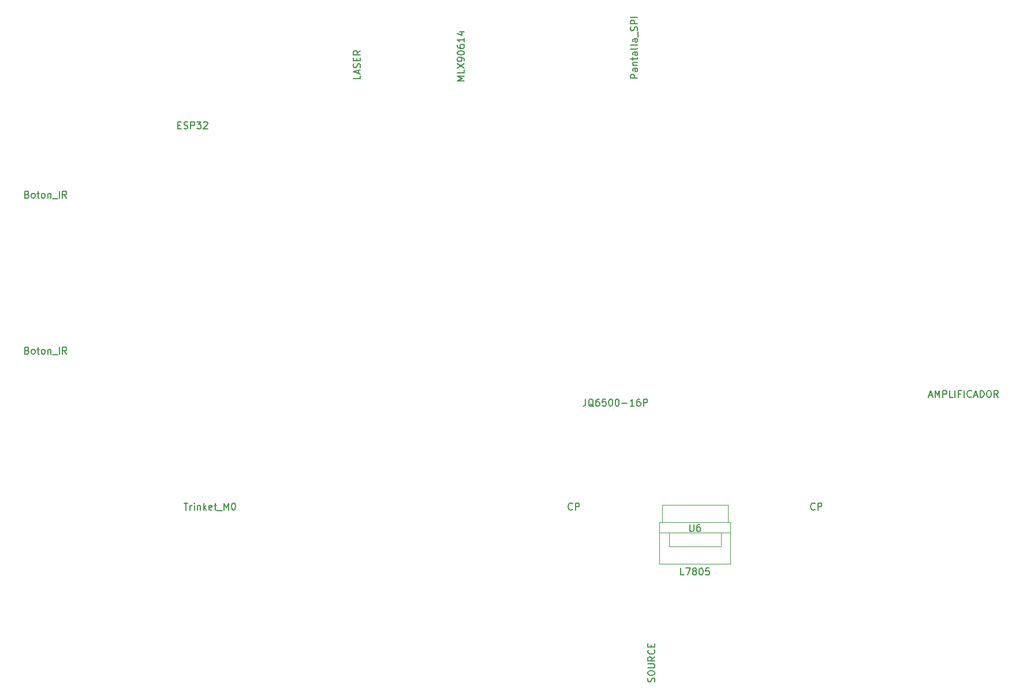
<source format=gbr>
%TF.GenerationSoftware,KiCad,Pcbnew,(5.1.6)-1*%
%TF.CreationDate,2020-07-06T10:34:06-05:00*%
%TF.ProjectId,Covid,436f7669-642e-46b6-9963-61645f706362,rev?*%
%TF.SameCoordinates,Original*%
%TF.FileFunction,Other,Fab,Top*%
%FSLAX46Y46*%
G04 Gerber Fmt 4.6, Leading zero omitted, Abs format (unit mm)*
G04 Created by KiCad (PCBNEW (5.1.6)-1) date 2020-07-06 10:34:06*
%MOMM*%
%LPD*%
G01*
G04 APERTURE LIST*
%ADD10C,0.100000*%
%ADD11C,0.150000*%
G04 APERTURE END LIST*
D10*
%TO.C,U6*%
X142367000Y-118872000D02*
X131953000Y-118872000D01*
X142367000Y-114300000D02*
X142367000Y-118872000D01*
X142367000Y-112776000D02*
X142367000Y-114300000D01*
X133350000Y-116332000D02*
X133350000Y-114300000D01*
X140970000Y-114300000D02*
X140970000Y-116332000D01*
X140106400Y-116332000D02*
X140970000Y-116332000D01*
X137566400Y-116332000D02*
X139293600Y-116332000D01*
X135026400Y-116332000D02*
X136753600Y-116332000D01*
X133350000Y-116332000D02*
X134213600Y-116332000D01*
X135026400Y-116332000D02*
X134213600Y-116332000D01*
X137566400Y-116332000D02*
X136753600Y-116332000D01*
X140106400Y-116332000D02*
X139293600Y-116332000D01*
X141986000Y-112776000D02*
X141986000Y-110236000D01*
X141986000Y-110236000D02*
X132334000Y-110236000D01*
X132334000Y-110236000D02*
X132334000Y-112776000D01*
X131953000Y-112776000D02*
X142367000Y-112776000D01*
X131953000Y-112776000D02*
X131953000Y-114300000D01*
X131953000Y-114300000D02*
X142367000Y-114300000D01*
X131953000Y-114300000D02*
X131953000Y-118872000D01*
%TD*%
%TO.C,U3*%
D11*
X171458571Y-94146666D02*
X171934761Y-94146666D01*
X171363333Y-94432380D02*
X171696666Y-93432380D01*
X172030000Y-94432380D01*
X172363333Y-94432380D02*
X172363333Y-93432380D01*
X172696666Y-94146666D01*
X173030000Y-93432380D01*
X173030000Y-94432380D01*
X173506190Y-94432380D02*
X173506190Y-93432380D01*
X173887142Y-93432380D01*
X173982380Y-93480000D01*
X174030000Y-93527619D01*
X174077619Y-93622857D01*
X174077619Y-93765714D01*
X174030000Y-93860952D01*
X173982380Y-93908571D01*
X173887142Y-93956190D01*
X173506190Y-93956190D01*
X174982380Y-94432380D02*
X174506190Y-94432380D01*
X174506190Y-93432380D01*
X175315714Y-94432380D02*
X175315714Y-93432380D01*
X176125238Y-93908571D02*
X175791904Y-93908571D01*
X175791904Y-94432380D02*
X175791904Y-93432380D01*
X176268095Y-93432380D01*
X176649047Y-94432380D02*
X176649047Y-93432380D01*
X177696666Y-94337142D02*
X177649047Y-94384761D01*
X177506190Y-94432380D01*
X177410952Y-94432380D01*
X177268095Y-94384761D01*
X177172857Y-94289523D01*
X177125238Y-94194285D01*
X177077619Y-94003809D01*
X177077619Y-93860952D01*
X177125238Y-93670476D01*
X177172857Y-93575238D01*
X177268095Y-93480000D01*
X177410952Y-93432380D01*
X177506190Y-93432380D01*
X177649047Y-93480000D01*
X177696666Y-93527619D01*
X178077619Y-94146666D02*
X178553809Y-94146666D01*
X177982380Y-94432380D02*
X178315714Y-93432380D01*
X178649047Y-94432380D01*
X178982380Y-94432380D02*
X178982380Y-93432380D01*
X179220476Y-93432380D01*
X179363333Y-93480000D01*
X179458571Y-93575238D01*
X179506190Y-93670476D01*
X179553809Y-93860952D01*
X179553809Y-94003809D01*
X179506190Y-94194285D01*
X179458571Y-94289523D01*
X179363333Y-94384761D01*
X179220476Y-94432380D01*
X178982380Y-94432380D01*
X180172857Y-93432380D02*
X180363333Y-93432380D01*
X180458571Y-93480000D01*
X180553809Y-93575238D01*
X180601428Y-93765714D01*
X180601428Y-94099047D01*
X180553809Y-94289523D01*
X180458571Y-94384761D01*
X180363333Y-94432380D01*
X180172857Y-94432380D01*
X180077619Y-94384761D01*
X179982380Y-94289523D01*
X179934761Y-94099047D01*
X179934761Y-93765714D01*
X179982380Y-93575238D01*
X180077619Y-93480000D01*
X180172857Y-93432380D01*
X181601428Y-94432380D02*
X181268095Y-93956190D01*
X181030000Y-94432380D02*
X181030000Y-93432380D01*
X181410952Y-93432380D01*
X181506190Y-93480000D01*
X181553809Y-93527619D01*
X181601428Y-93622857D01*
X181601428Y-93765714D01*
X181553809Y-93860952D01*
X181506190Y-93908571D01*
X181410952Y-93956190D01*
X181030000Y-93956190D01*
%TO.C,U1*%
X61357142Y-54538571D02*
X61690476Y-54538571D01*
X61833333Y-55062380D02*
X61357142Y-55062380D01*
X61357142Y-54062380D01*
X61833333Y-54062380D01*
X62214285Y-55014761D02*
X62357142Y-55062380D01*
X62595238Y-55062380D01*
X62690476Y-55014761D01*
X62738095Y-54967142D01*
X62785714Y-54871904D01*
X62785714Y-54776666D01*
X62738095Y-54681428D01*
X62690476Y-54633809D01*
X62595238Y-54586190D01*
X62404761Y-54538571D01*
X62309523Y-54490952D01*
X62261904Y-54443333D01*
X62214285Y-54348095D01*
X62214285Y-54252857D01*
X62261904Y-54157619D01*
X62309523Y-54110000D01*
X62404761Y-54062380D01*
X62642857Y-54062380D01*
X62785714Y-54110000D01*
X63214285Y-55062380D02*
X63214285Y-54062380D01*
X63595238Y-54062380D01*
X63690476Y-54110000D01*
X63738095Y-54157619D01*
X63785714Y-54252857D01*
X63785714Y-54395714D01*
X63738095Y-54490952D01*
X63690476Y-54538571D01*
X63595238Y-54586190D01*
X63214285Y-54586190D01*
X64119047Y-54062380D02*
X64738095Y-54062380D01*
X64404761Y-54443333D01*
X64547619Y-54443333D01*
X64642857Y-54490952D01*
X64690476Y-54538571D01*
X64738095Y-54633809D01*
X64738095Y-54871904D01*
X64690476Y-54967142D01*
X64642857Y-55014761D01*
X64547619Y-55062380D01*
X64261904Y-55062380D01*
X64166666Y-55014761D01*
X64119047Y-54967142D01*
X65119047Y-54157619D02*
X65166666Y-54110000D01*
X65261904Y-54062380D01*
X65500000Y-54062380D01*
X65595238Y-54110000D01*
X65642857Y-54157619D01*
X65690476Y-54252857D01*
X65690476Y-54348095D01*
X65642857Y-54490952D01*
X65071428Y-55062380D01*
X65690476Y-55062380D01*
%TO.C,U2*%
X88082380Y-47267619D02*
X88082380Y-47743809D01*
X87082380Y-47743809D01*
X87796666Y-46981904D02*
X87796666Y-46505714D01*
X88082380Y-47077142D02*
X87082380Y-46743809D01*
X88082380Y-46410476D01*
X88034761Y-46124761D02*
X88082380Y-45981904D01*
X88082380Y-45743809D01*
X88034761Y-45648571D01*
X87987142Y-45600952D01*
X87891904Y-45553333D01*
X87796666Y-45553333D01*
X87701428Y-45600952D01*
X87653809Y-45648571D01*
X87606190Y-45743809D01*
X87558571Y-45934285D01*
X87510952Y-46029523D01*
X87463333Y-46077142D01*
X87368095Y-46124761D01*
X87272857Y-46124761D01*
X87177619Y-46077142D01*
X87130000Y-46029523D01*
X87082380Y-45934285D01*
X87082380Y-45696190D01*
X87130000Y-45553333D01*
X87558571Y-45124761D02*
X87558571Y-44791428D01*
X88082380Y-44648571D02*
X88082380Y-45124761D01*
X87082380Y-45124761D01*
X87082380Y-44648571D01*
X88082380Y-43648571D02*
X87606190Y-43981904D01*
X88082380Y-44220000D02*
X87082380Y-44220000D01*
X87082380Y-43839047D01*
X87130000Y-43743809D01*
X87177619Y-43696190D01*
X87272857Y-43648571D01*
X87415714Y-43648571D01*
X87510952Y-43696190D01*
X87558571Y-43743809D01*
X87606190Y-43839047D01*
X87606190Y-44220000D01*
%TO.C,U4*%
X62206666Y-109942380D02*
X62778095Y-109942380D01*
X62492380Y-110942380D02*
X62492380Y-109942380D01*
X63111428Y-110942380D02*
X63111428Y-110275714D01*
X63111428Y-110466190D02*
X63159047Y-110370952D01*
X63206666Y-110323333D01*
X63301904Y-110275714D01*
X63397142Y-110275714D01*
X63730476Y-110942380D02*
X63730476Y-110275714D01*
X63730476Y-109942380D02*
X63682857Y-109990000D01*
X63730476Y-110037619D01*
X63778095Y-109990000D01*
X63730476Y-109942380D01*
X63730476Y-110037619D01*
X64206666Y-110275714D02*
X64206666Y-110942380D01*
X64206666Y-110370952D02*
X64254285Y-110323333D01*
X64349523Y-110275714D01*
X64492380Y-110275714D01*
X64587619Y-110323333D01*
X64635238Y-110418571D01*
X64635238Y-110942380D01*
X65111428Y-110942380D02*
X65111428Y-109942380D01*
X65206666Y-110561428D02*
X65492380Y-110942380D01*
X65492380Y-110275714D02*
X65111428Y-110656666D01*
X66301904Y-110894761D02*
X66206666Y-110942380D01*
X66016190Y-110942380D01*
X65920952Y-110894761D01*
X65873333Y-110799523D01*
X65873333Y-110418571D01*
X65920952Y-110323333D01*
X66016190Y-110275714D01*
X66206666Y-110275714D01*
X66301904Y-110323333D01*
X66349523Y-110418571D01*
X66349523Y-110513809D01*
X65873333Y-110609047D01*
X66635238Y-110275714D02*
X67016190Y-110275714D01*
X66778095Y-109942380D02*
X66778095Y-110799523D01*
X66825714Y-110894761D01*
X66920952Y-110942380D01*
X67016190Y-110942380D01*
X67111428Y-111037619D02*
X67873333Y-111037619D01*
X68111428Y-110942380D02*
X68111428Y-109942380D01*
X68444761Y-110656666D01*
X68778095Y-109942380D01*
X68778095Y-110942380D01*
X69444761Y-109942380D02*
X69540000Y-109942380D01*
X69635238Y-109990000D01*
X69682857Y-110037619D01*
X69730476Y-110132857D01*
X69778095Y-110323333D01*
X69778095Y-110561428D01*
X69730476Y-110751904D01*
X69682857Y-110847142D01*
X69635238Y-110894761D01*
X69540000Y-110942380D01*
X69444761Y-110942380D01*
X69349523Y-110894761D01*
X69301904Y-110847142D01*
X69254285Y-110751904D01*
X69206666Y-110561428D01*
X69206666Y-110323333D01*
X69254285Y-110132857D01*
X69301904Y-110037619D01*
X69349523Y-109990000D01*
X69444761Y-109942380D01*
%TO.C,U5*%
X121132858Y-94702380D02*
X121132858Y-95416666D01*
X121085239Y-95559523D01*
X120990001Y-95654761D01*
X120847143Y-95702380D01*
X120751905Y-95702380D01*
X122275715Y-95797619D02*
X122180477Y-95750000D01*
X122085239Y-95654761D01*
X121942381Y-95511904D01*
X121847143Y-95464285D01*
X121751905Y-95464285D01*
X121799524Y-95702380D02*
X121704286Y-95654761D01*
X121609048Y-95559523D01*
X121561429Y-95369047D01*
X121561429Y-95035714D01*
X121609048Y-94845238D01*
X121704286Y-94750000D01*
X121799524Y-94702380D01*
X121990001Y-94702380D01*
X122085239Y-94750000D01*
X122180477Y-94845238D01*
X122228096Y-95035714D01*
X122228096Y-95369047D01*
X122180477Y-95559523D01*
X122085239Y-95654761D01*
X121990001Y-95702380D01*
X121799524Y-95702380D01*
X123085239Y-94702380D02*
X122894762Y-94702380D01*
X122799524Y-94750000D01*
X122751905Y-94797619D01*
X122656667Y-94940476D01*
X122609048Y-95130952D01*
X122609048Y-95511904D01*
X122656667Y-95607142D01*
X122704286Y-95654761D01*
X122799524Y-95702380D01*
X122990001Y-95702380D01*
X123085239Y-95654761D01*
X123132858Y-95607142D01*
X123180477Y-95511904D01*
X123180477Y-95273809D01*
X123132858Y-95178571D01*
X123085239Y-95130952D01*
X122990001Y-95083333D01*
X122799524Y-95083333D01*
X122704286Y-95130952D01*
X122656667Y-95178571D01*
X122609048Y-95273809D01*
X124085239Y-94702380D02*
X123609048Y-94702380D01*
X123561429Y-95178571D01*
X123609048Y-95130952D01*
X123704286Y-95083333D01*
X123942381Y-95083333D01*
X124037620Y-95130952D01*
X124085239Y-95178571D01*
X124132858Y-95273809D01*
X124132858Y-95511904D01*
X124085239Y-95607142D01*
X124037620Y-95654761D01*
X123942381Y-95702380D01*
X123704286Y-95702380D01*
X123609048Y-95654761D01*
X123561429Y-95607142D01*
X124751905Y-94702380D02*
X124847143Y-94702380D01*
X124942381Y-94750000D01*
X124990001Y-94797619D01*
X125037620Y-94892857D01*
X125085239Y-95083333D01*
X125085239Y-95321428D01*
X125037620Y-95511904D01*
X124990001Y-95607142D01*
X124942381Y-95654761D01*
X124847143Y-95702380D01*
X124751905Y-95702380D01*
X124656667Y-95654761D01*
X124609048Y-95607142D01*
X124561429Y-95511904D01*
X124513810Y-95321428D01*
X124513810Y-95083333D01*
X124561429Y-94892857D01*
X124609048Y-94797619D01*
X124656667Y-94750000D01*
X124751905Y-94702380D01*
X125704286Y-94702380D02*
X125799524Y-94702380D01*
X125894762Y-94750000D01*
X125942381Y-94797619D01*
X125990001Y-94892857D01*
X126037620Y-95083333D01*
X126037620Y-95321428D01*
X125990001Y-95511904D01*
X125942381Y-95607142D01*
X125894762Y-95654761D01*
X125799524Y-95702380D01*
X125704286Y-95702380D01*
X125609048Y-95654761D01*
X125561429Y-95607142D01*
X125513810Y-95511904D01*
X125466191Y-95321428D01*
X125466191Y-95083333D01*
X125513810Y-94892857D01*
X125561429Y-94797619D01*
X125609048Y-94750000D01*
X125704286Y-94702380D01*
X126466191Y-95321428D02*
X127228096Y-95321428D01*
X128228096Y-95702380D02*
X127656667Y-95702380D01*
X127942381Y-95702380D02*
X127942381Y-94702380D01*
X127847143Y-94845238D01*
X127751905Y-94940476D01*
X127656667Y-94988095D01*
X129085239Y-94702380D02*
X128894762Y-94702380D01*
X128799524Y-94750000D01*
X128751905Y-94797619D01*
X128656667Y-94940476D01*
X128609048Y-95130952D01*
X128609048Y-95511904D01*
X128656667Y-95607142D01*
X128704286Y-95654761D01*
X128799524Y-95702380D01*
X128990001Y-95702380D01*
X129085239Y-95654761D01*
X129132858Y-95607142D01*
X129180477Y-95511904D01*
X129180477Y-95273809D01*
X129132858Y-95178571D01*
X129085239Y-95130952D01*
X128990001Y-95083333D01*
X128799524Y-95083333D01*
X128704286Y-95130952D01*
X128656667Y-95178571D01*
X128609048Y-95273809D01*
X129609048Y-95702380D02*
X129609048Y-94702380D01*
X129990001Y-94702380D01*
X130085239Y-94750000D01*
X130132858Y-94797619D01*
X130180477Y-94892857D01*
X130180477Y-95035714D01*
X130132858Y-95130952D01*
X130085239Y-95178571D01*
X129990001Y-95226190D01*
X129609048Y-95226190D01*
%TO.C,U6*%
X135564761Y-120467380D02*
X135088571Y-120467380D01*
X135088571Y-119467380D01*
X135802857Y-119467380D02*
X136469523Y-119467380D01*
X136040952Y-120467380D01*
X136993333Y-119895952D02*
X136898095Y-119848333D01*
X136850476Y-119800714D01*
X136802857Y-119705476D01*
X136802857Y-119657857D01*
X136850476Y-119562619D01*
X136898095Y-119515000D01*
X136993333Y-119467380D01*
X137183809Y-119467380D01*
X137279047Y-119515000D01*
X137326666Y-119562619D01*
X137374285Y-119657857D01*
X137374285Y-119705476D01*
X137326666Y-119800714D01*
X137279047Y-119848333D01*
X137183809Y-119895952D01*
X136993333Y-119895952D01*
X136898095Y-119943571D01*
X136850476Y-119991190D01*
X136802857Y-120086428D01*
X136802857Y-120276904D01*
X136850476Y-120372142D01*
X136898095Y-120419761D01*
X136993333Y-120467380D01*
X137183809Y-120467380D01*
X137279047Y-120419761D01*
X137326666Y-120372142D01*
X137374285Y-120276904D01*
X137374285Y-120086428D01*
X137326666Y-119991190D01*
X137279047Y-119943571D01*
X137183809Y-119895952D01*
X137993333Y-119467380D02*
X138088571Y-119467380D01*
X138183809Y-119515000D01*
X138231428Y-119562619D01*
X138279047Y-119657857D01*
X138326666Y-119848333D01*
X138326666Y-120086428D01*
X138279047Y-120276904D01*
X138231428Y-120372142D01*
X138183809Y-120419761D01*
X138088571Y-120467380D01*
X137993333Y-120467380D01*
X137898095Y-120419761D01*
X137850476Y-120372142D01*
X137802857Y-120276904D01*
X137755238Y-120086428D01*
X137755238Y-119848333D01*
X137802857Y-119657857D01*
X137850476Y-119562619D01*
X137898095Y-119515000D01*
X137993333Y-119467380D01*
X139231428Y-119467380D02*
X138755238Y-119467380D01*
X138707619Y-119943571D01*
X138755238Y-119895952D01*
X138850476Y-119848333D01*
X139088571Y-119848333D01*
X139183809Y-119895952D01*
X139231428Y-119943571D01*
X139279047Y-120038809D01*
X139279047Y-120276904D01*
X139231428Y-120372142D01*
X139183809Y-120419761D01*
X139088571Y-120467380D01*
X138850476Y-120467380D01*
X138755238Y-120419761D01*
X138707619Y-120372142D01*
X136398095Y-113066580D02*
X136398095Y-113876104D01*
X136445714Y-113971342D01*
X136493333Y-114018961D01*
X136588571Y-114066580D01*
X136779047Y-114066580D01*
X136874285Y-114018961D01*
X136921904Y-113971342D01*
X136969523Y-113876104D01*
X136969523Y-113066580D01*
X137874285Y-113066580D02*
X137683809Y-113066580D01*
X137588571Y-113114200D01*
X137540952Y-113161819D01*
X137445714Y-113304676D01*
X137398095Y-113495152D01*
X137398095Y-113876104D01*
X137445714Y-113971342D01*
X137493333Y-114018961D01*
X137588571Y-114066580D01*
X137779047Y-114066580D01*
X137874285Y-114018961D01*
X137921904Y-113971342D01*
X137969523Y-113876104D01*
X137969523Y-113638009D01*
X137921904Y-113542771D01*
X137874285Y-113495152D01*
X137779047Y-113447533D01*
X137588571Y-113447533D01*
X137493333Y-113495152D01*
X137445714Y-113542771D01*
X137398095Y-113638009D01*
%TO.C,U7*%
X39219523Y-87558571D02*
X39362380Y-87606190D01*
X39410000Y-87653809D01*
X39457619Y-87749047D01*
X39457619Y-87891904D01*
X39410000Y-87987142D01*
X39362380Y-88034761D01*
X39267142Y-88082380D01*
X38886190Y-88082380D01*
X38886190Y-87082380D01*
X39219523Y-87082380D01*
X39314761Y-87130000D01*
X39362380Y-87177619D01*
X39410000Y-87272857D01*
X39410000Y-87368095D01*
X39362380Y-87463333D01*
X39314761Y-87510952D01*
X39219523Y-87558571D01*
X38886190Y-87558571D01*
X40029047Y-88082380D02*
X39933809Y-88034761D01*
X39886190Y-87987142D01*
X39838571Y-87891904D01*
X39838571Y-87606190D01*
X39886190Y-87510952D01*
X39933809Y-87463333D01*
X40029047Y-87415714D01*
X40171904Y-87415714D01*
X40267142Y-87463333D01*
X40314761Y-87510952D01*
X40362380Y-87606190D01*
X40362380Y-87891904D01*
X40314761Y-87987142D01*
X40267142Y-88034761D01*
X40171904Y-88082380D01*
X40029047Y-88082380D01*
X40648095Y-87415714D02*
X41029047Y-87415714D01*
X40790952Y-87082380D02*
X40790952Y-87939523D01*
X40838571Y-88034761D01*
X40933809Y-88082380D01*
X41029047Y-88082380D01*
X41505238Y-88082380D02*
X41410000Y-88034761D01*
X41362380Y-87987142D01*
X41314761Y-87891904D01*
X41314761Y-87606190D01*
X41362380Y-87510952D01*
X41410000Y-87463333D01*
X41505238Y-87415714D01*
X41648095Y-87415714D01*
X41743333Y-87463333D01*
X41790952Y-87510952D01*
X41838571Y-87606190D01*
X41838571Y-87891904D01*
X41790952Y-87987142D01*
X41743333Y-88034761D01*
X41648095Y-88082380D01*
X41505238Y-88082380D01*
X42267142Y-87415714D02*
X42267142Y-88082380D01*
X42267142Y-87510952D02*
X42314761Y-87463333D01*
X42410000Y-87415714D01*
X42552857Y-87415714D01*
X42648095Y-87463333D01*
X42695714Y-87558571D01*
X42695714Y-88082380D01*
X42933809Y-88177619D02*
X43695714Y-88177619D01*
X43933809Y-88082380D02*
X43933809Y-87082380D01*
X44981428Y-88082380D02*
X44648095Y-87606190D01*
X44410000Y-88082380D02*
X44410000Y-87082380D01*
X44790952Y-87082380D01*
X44886190Y-87130000D01*
X44933809Y-87177619D01*
X44981428Y-87272857D01*
X44981428Y-87415714D01*
X44933809Y-87510952D01*
X44886190Y-87558571D01*
X44790952Y-87606190D01*
X44410000Y-87606190D01*
%TO.C,U8*%
X39219523Y-64698571D02*
X39362380Y-64746190D01*
X39410000Y-64793809D01*
X39457619Y-64889047D01*
X39457619Y-65031904D01*
X39410000Y-65127142D01*
X39362380Y-65174761D01*
X39267142Y-65222380D01*
X38886190Y-65222380D01*
X38886190Y-64222380D01*
X39219523Y-64222380D01*
X39314761Y-64270000D01*
X39362380Y-64317619D01*
X39410000Y-64412857D01*
X39410000Y-64508095D01*
X39362380Y-64603333D01*
X39314761Y-64650952D01*
X39219523Y-64698571D01*
X38886190Y-64698571D01*
X40029047Y-65222380D02*
X39933809Y-65174761D01*
X39886190Y-65127142D01*
X39838571Y-65031904D01*
X39838571Y-64746190D01*
X39886190Y-64650952D01*
X39933809Y-64603333D01*
X40029047Y-64555714D01*
X40171904Y-64555714D01*
X40267142Y-64603333D01*
X40314761Y-64650952D01*
X40362380Y-64746190D01*
X40362380Y-65031904D01*
X40314761Y-65127142D01*
X40267142Y-65174761D01*
X40171904Y-65222380D01*
X40029047Y-65222380D01*
X40648095Y-64555714D02*
X41029047Y-64555714D01*
X40790952Y-64222380D02*
X40790952Y-65079523D01*
X40838571Y-65174761D01*
X40933809Y-65222380D01*
X41029047Y-65222380D01*
X41505238Y-65222380D02*
X41410000Y-65174761D01*
X41362380Y-65127142D01*
X41314761Y-65031904D01*
X41314761Y-64746190D01*
X41362380Y-64650952D01*
X41410000Y-64603333D01*
X41505238Y-64555714D01*
X41648095Y-64555714D01*
X41743333Y-64603333D01*
X41790952Y-64650952D01*
X41838571Y-64746190D01*
X41838571Y-65031904D01*
X41790952Y-65127142D01*
X41743333Y-65174761D01*
X41648095Y-65222380D01*
X41505238Y-65222380D01*
X42267142Y-64555714D02*
X42267142Y-65222380D01*
X42267142Y-64650952D02*
X42314761Y-64603333D01*
X42410000Y-64555714D01*
X42552857Y-64555714D01*
X42648095Y-64603333D01*
X42695714Y-64698571D01*
X42695714Y-65222380D01*
X42933809Y-65317619D02*
X43695714Y-65317619D01*
X43933809Y-65222380D02*
X43933809Y-64222380D01*
X44981428Y-65222380D02*
X44648095Y-64746190D01*
X44410000Y-65222380D02*
X44410000Y-64222380D01*
X44790952Y-64222380D01*
X44886190Y-64270000D01*
X44933809Y-64317619D01*
X44981428Y-64412857D01*
X44981428Y-64555714D01*
X44933809Y-64650952D01*
X44886190Y-64698571D01*
X44790952Y-64746190D01*
X44410000Y-64746190D01*
%TO.C,U9*%
X103322380Y-48045238D02*
X102322380Y-48045238D01*
X103036666Y-47711904D01*
X102322380Y-47378571D01*
X103322380Y-47378571D01*
X103322380Y-46426190D02*
X103322380Y-46902380D01*
X102322380Y-46902380D01*
X102322380Y-46188095D02*
X103322380Y-45521428D01*
X102322380Y-45521428D02*
X103322380Y-46188095D01*
X103322380Y-45092857D02*
X103322380Y-44902380D01*
X103274761Y-44807142D01*
X103227142Y-44759523D01*
X103084285Y-44664285D01*
X102893809Y-44616666D01*
X102512857Y-44616666D01*
X102417619Y-44664285D01*
X102370000Y-44711904D01*
X102322380Y-44807142D01*
X102322380Y-44997619D01*
X102370000Y-45092857D01*
X102417619Y-45140476D01*
X102512857Y-45188095D01*
X102750952Y-45188095D01*
X102846190Y-45140476D01*
X102893809Y-45092857D01*
X102941428Y-44997619D01*
X102941428Y-44807142D01*
X102893809Y-44711904D01*
X102846190Y-44664285D01*
X102750952Y-44616666D01*
X102322380Y-43997619D02*
X102322380Y-43902380D01*
X102370000Y-43807142D01*
X102417619Y-43759523D01*
X102512857Y-43711904D01*
X102703333Y-43664285D01*
X102941428Y-43664285D01*
X103131904Y-43711904D01*
X103227142Y-43759523D01*
X103274761Y-43807142D01*
X103322380Y-43902380D01*
X103322380Y-43997619D01*
X103274761Y-44092857D01*
X103227142Y-44140476D01*
X103131904Y-44188095D01*
X102941428Y-44235714D01*
X102703333Y-44235714D01*
X102512857Y-44188095D01*
X102417619Y-44140476D01*
X102370000Y-44092857D01*
X102322380Y-43997619D01*
X102322380Y-42807142D02*
X102322380Y-42997619D01*
X102370000Y-43092857D01*
X102417619Y-43140476D01*
X102560476Y-43235714D01*
X102750952Y-43283333D01*
X103131904Y-43283333D01*
X103227142Y-43235714D01*
X103274761Y-43188095D01*
X103322380Y-43092857D01*
X103322380Y-42902380D01*
X103274761Y-42807142D01*
X103227142Y-42759523D01*
X103131904Y-42711904D01*
X102893809Y-42711904D01*
X102798571Y-42759523D01*
X102750952Y-42807142D01*
X102703333Y-42902380D01*
X102703333Y-43092857D01*
X102750952Y-43188095D01*
X102798571Y-43235714D01*
X102893809Y-43283333D01*
X103322380Y-41759523D02*
X103322380Y-42330952D01*
X103322380Y-42045238D02*
X102322380Y-42045238D01*
X102465238Y-42140476D01*
X102560476Y-42235714D01*
X102608095Y-42330952D01*
X102655714Y-40902380D02*
X103322380Y-40902380D01*
X102274761Y-41140476D02*
X102989047Y-41378571D01*
X102989047Y-40759523D01*
%TO.C,U10*%
X131214761Y-136135714D02*
X131262380Y-135992857D01*
X131262380Y-135754761D01*
X131214761Y-135659523D01*
X131167142Y-135611904D01*
X131071904Y-135564285D01*
X130976666Y-135564285D01*
X130881428Y-135611904D01*
X130833809Y-135659523D01*
X130786190Y-135754761D01*
X130738571Y-135945238D01*
X130690952Y-136040476D01*
X130643333Y-136088095D01*
X130548095Y-136135714D01*
X130452857Y-136135714D01*
X130357619Y-136088095D01*
X130310000Y-136040476D01*
X130262380Y-135945238D01*
X130262380Y-135707142D01*
X130310000Y-135564285D01*
X130262380Y-134945238D02*
X130262380Y-134754761D01*
X130310000Y-134659523D01*
X130405238Y-134564285D01*
X130595714Y-134516666D01*
X130929047Y-134516666D01*
X131119523Y-134564285D01*
X131214761Y-134659523D01*
X131262380Y-134754761D01*
X131262380Y-134945238D01*
X131214761Y-135040476D01*
X131119523Y-135135714D01*
X130929047Y-135183333D01*
X130595714Y-135183333D01*
X130405238Y-135135714D01*
X130310000Y-135040476D01*
X130262380Y-134945238D01*
X130262380Y-134088095D02*
X131071904Y-134088095D01*
X131167142Y-134040476D01*
X131214761Y-133992857D01*
X131262380Y-133897619D01*
X131262380Y-133707142D01*
X131214761Y-133611904D01*
X131167142Y-133564285D01*
X131071904Y-133516666D01*
X130262380Y-133516666D01*
X131262380Y-132469047D02*
X130786190Y-132802380D01*
X131262380Y-133040476D02*
X130262380Y-133040476D01*
X130262380Y-132659523D01*
X130310000Y-132564285D01*
X130357619Y-132516666D01*
X130452857Y-132469047D01*
X130595714Y-132469047D01*
X130690952Y-132516666D01*
X130738571Y-132564285D01*
X130786190Y-132659523D01*
X130786190Y-133040476D01*
X131167142Y-131469047D02*
X131214761Y-131516666D01*
X131262380Y-131659523D01*
X131262380Y-131754761D01*
X131214761Y-131897619D01*
X131119523Y-131992857D01*
X131024285Y-132040476D01*
X130833809Y-132088095D01*
X130690952Y-132088095D01*
X130500476Y-132040476D01*
X130405238Y-131992857D01*
X130310000Y-131897619D01*
X130262380Y-131754761D01*
X130262380Y-131659523D01*
X130310000Y-131516666D01*
X130357619Y-131469047D01*
X130738571Y-131040476D02*
X130738571Y-130707142D01*
X131262380Y-130564285D02*
X131262380Y-131040476D01*
X130262380Y-131040476D01*
X130262380Y-130564285D01*
%TO.C,C1*%
X119189523Y-110847142D02*
X119141904Y-110894761D01*
X118999047Y-110942380D01*
X118903809Y-110942380D01*
X118760952Y-110894761D01*
X118665714Y-110799523D01*
X118618095Y-110704285D01*
X118570476Y-110513809D01*
X118570476Y-110370952D01*
X118618095Y-110180476D01*
X118665714Y-110085238D01*
X118760952Y-109990000D01*
X118903809Y-109942380D01*
X118999047Y-109942380D01*
X119141904Y-109990000D01*
X119189523Y-110037619D01*
X119618095Y-110942380D02*
X119618095Y-109942380D01*
X119999047Y-109942380D01*
X120094285Y-109990000D01*
X120141904Y-110037619D01*
X120189523Y-110132857D01*
X120189523Y-110275714D01*
X120141904Y-110370952D01*
X120094285Y-110418571D01*
X119999047Y-110466190D01*
X119618095Y-110466190D01*
%TO.C,C2*%
X154749523Y-110847142D02*
X154701904Y-110894761D01*
X154559047Y-110942380D01*
X154463809Y-110942380D01*
X154320952Y-110894761D01*
X154225714Y-110799523D01*
X154178095Y-110704285D01*
X154130476Y-110513809D01*
X154130476Y-110370952D01*
X154178095Y-110180476D01*
X154225714Y-110085238D01*
X154320952Y-109990000D01*
X154463809Y-109942380D01*
X154559047Y-109942380D01*
X154701904Y-109990000D01*
X154749523Y-110037619D01*
X155178095Y-110942380D02*
X155178095Y-109942380D01*
X155559047Y-109942380D01*
X155654285Y-109990000D01*
X155701904Y-110037619D01*
X155749523Y-110132857D01*
X155749523Y-110275714D01*
X155701904Y-110370952D01*
X155654285Y-110418571D01*
X155559047Y-110466190D01*
X155178095Y-110466190D01*
%TO.C,U11*%
X128722380Y-47656190D02*
X127722380Y-47656190D01*
X127722380Y-47275238D01*
X127770000Y-47180000D01*
X127817619Y-47132380D01*
X127912857Y-47084761D01*
X128055714Y-47084761D01*
X128150952Y-47132380D01*
X128198571Y-47180000D01*
X128246190Y-47275238D01*
X128246190Y-47656190D01*
X128722380Y-46227619D02*
X128198571Y-46227619D01*
X128103333Y-46275238D01*
X128055714Y-46370476D01*
X128055714Y-46560952D01*
X128103333Y-46656190D01*
X128674761Y-46227619D02*
X128722380Y-46322857D01*
X128722380Y-46560952D01*
X128674761Y-46656190D01*
X128579523Y-46703809D01*
X128484285Y-46703809D01*
X128389047Y-46656190D01*
X128341428Y-46560952D01*
X128341428Y-46322857D01*
X128293809Y-46227619D01*
X128055714Y-45751428D02*
X128722380Y-45751428D01*
X128150952Y-45751428D02*
X128103333Y-45703809D01*
X128055714Y-45608571D01*
X128055714Y-45465714D01*
X128103333Y-45370476D01*
X128198571Y-45322857D01*
X128722380Y-45322857D01*
X128055714Y-44989523D02*
X128055714Y-44608571D01*
X127722380Y-44846666D02*
X128579523Y-44846666D01*
X128674761Y-44799047D01*
X128722380Y-44703809D01*
X128722380Y-44608571D01*
X128722380Y-43846666D02*
X128198571Y-43846666D01*
X128103333Y-43894285D01*
X128055714Y-43989523D01*
X128055714Y-44180000D01*
X128103333Y-44275238D01*
X128674761Y-43846666D02*
X128722380Y-43941904D01*
X128722380Y-44180000D01*
X128674761Y-44275238D01*
X128579523Y-44322857D01*
X128484285Y-44322857D01*
X128389047Y-44275238D01*
X128341428Y-44180000D01*
X128341428Y-43941904D01*
X128293809Y-43846666D01*
X128722380Y-43227619D02*
X128674761Y-43322857D01*
X128579523Y-43370476D01*
X127722380Y-43370476D01*
X128722380Y-42703809D02*
X128674761Y-42799047D01*
X128579523Y-42846666D01*
X127722380Y-42846666D01*
X128722380Y-41894285D02*
X128198571Y-41894285D01*
X128103333Y-41941904D01*
X128055714Y-42037142D01*
X128055714Y-42227619D01*
X128103333Y-42322857D01*
X128674761Y-41894285D02*
X128722380Y-41989523D01*
X128722380Y-42227619D01*
X128674761Y-42322857D01*
X128579523Y-42370476D01*
X128484285Y-42370476D01*
X128389047Y-42322857D01*
X128341428Y-42227619D01*
X128341428Y-41989523D01*
X128293809Y-41894285D01*
X128817619Y-41656190D02*
X128817619Y-40894285D01*
X128674761Y-40703809D02*
X128722380Y-40560952D01*
X128722380Y-40322857D01*
X128674761Y-40227619D01*
X128627142Y-40180000D01*
X128531904Y-40132380D01*
X128436666Y-40132380D01*
X128341428Y-40180000D01*
X128293809Y-40227619D01*
X128246190Y-40322857D01*
X128198571Y-40513333D01*
X128150952Y-40608571D01*
X128103333Y-40656190D01*
X128008095Y-40703809D01*
X127912857Y-40703809D01*
X127817619Y-40656190D01*
X127770000Y-40608571D01*
X127722380Y-40513333D01*
X127722380Y-40275238D01*
X127770000Y-40132380D01*
X128722380Y-39703809D02*
X127722380Y-39703809D01*
X127722380Y-39322857D01*
X127770000Y-39227619D01*
X127817619Y-39180000D01*
X127912857Y-39132380D01*
X128055714Y-39132380D01*
X128150952Y-39180000D01*
X128198571Y-39227619D01*
X128246190Y-39322857D01*
X128246190Y-39703809D01*
X128722380Y-38703809D02*
X127722380Y-38703809D01*
%TD*%
M02*

</source>
